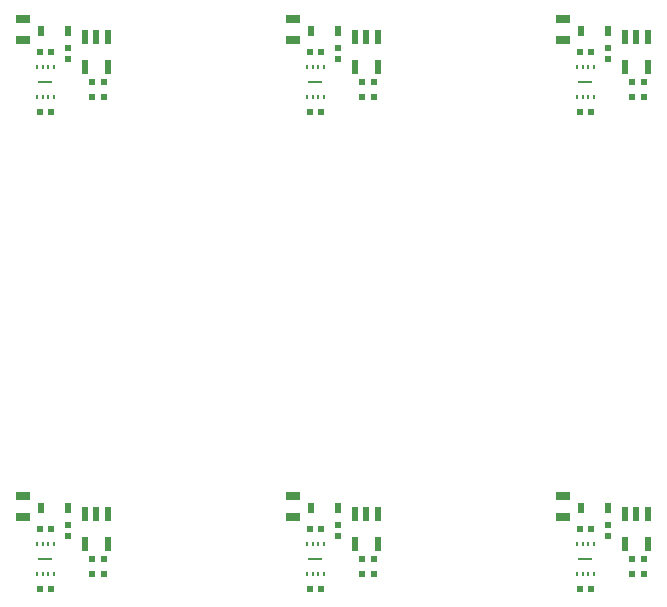
<source format=gbp>
G04 EAGLE Gerber RS-274X export*
G75*
%MOMM*%
%FSLAX34Y34*%
%LPD*%
%INSolderpaste Bottom*%
%IPPOS*%
%AMOC8*
5,1,8,0,0,1.08239X$1,22.5*%
G01*
%ADD10R,1.200000X0.800000*%
%ADD11R,0.630000X0.830000*%
%ADD12R,0.550000X1.200000*%
%ADD13R,0.600000X0.600000*%
%ADD14R,0.200000X0.300000*%
%ADD15R,1.200000X0.200000*%


D10*
X44450Y256650D03*
X44450Y238650D03*
D11*
X82620Y246380D03*
X59620Y246380D03*
D12*
X97180Y241601D03*
X106680Y241601D03*
X116180Y241601D03*
X116180Y215599D03*
X97180Y215599D03*
D13*
X82550Y222330D03*
X82550Y232330D03*
X112950Y203200D03*
X102950Y203200D03*
X102950Y190500D03*
X112950Y190500D03*
D14*
X71000Y190700D03*
X66000Y190700D03*
X61000Y190700D03*
X56000Y190700D03*
X56000Y215700D03*
X61000Y215700D03*
X66000Y215700D03*
X71000Y215700D03*
D15*
X63500Y203200D03*
D13*
X68500Y177800D03*
X58500Y177800D03*
X68500Y228600D03*
X58500Y228600D03*
D10*
X273050Y256650D03*
X273050Y238650D03*
D11*
X311220Y246380D03*
X288220Y246380D03*
D12*
X325780Y241601D03*
X335280Y241601D03*
X344780Y241601D03*
X344780Y215599D03*
X325780Y215599D03*
D13*
X311150Y222330D03*
X311150Y232330D03*
X341550Y203200D03*
X331550Y203200D03*
X331550Y190500D03*
X341550Y190500D03*
D14*
X299600Y190700D03*
X294600Y190700D03*
X289600Y190700D03*
X284600Y190700D03*
X284600Y215700D03*
X289600Y215700D03*
X294600Y215700D03*
X299600Y215700D03*
D15*
X292100Y203200D03*
D13*
X297100Y177800D03*
X287100Y177800D03*
X297100Y228600D03*
X287100Y228600D03*
D10*
X501650Y256650D03*
X501650Y238650D03*
D11*
X539820Y246380D03*
X516820Y246380D03*
D12*
X554380Y241601D03*
X563880Y241601D03*
X573380Y241601D03*
X573380Y215599D03*
X554380Y215599D03*
D13*
X539750Y222330D03*
X539750Y232330D03*
X570150Y203200D03*
X560150Y203200D03*
X560150Y190500D03*
X570150Y190500D03*
D14*
X528200Y190700D03*
X523200Y190700D03*
X518200Y190700D03*
X513200Y190700D03*
X513200Y215700D03*
X518200Y215700D03*
X523200Y215700D03*
X528200Y215700D03*
D15*
X520700Y203200D03*
D13*
X525700Y177800D03*
X515700Y177800D03*
X525700Y228600D03*
X515700Y228600D03*
D10*
X44450Y660510D03*
X44450Y642510D03*
D11*
X82620Y650240D03*
X59620Y650240D03*
D12*
X97180Y645461D03*
X106680Y645461D03*
X116180Y645461D03*
X116180Y619459D03*
X97180Y619459D03*
D13*
X82550Y626190D03*
X82550Y636190D03*
X112950Y607060D03*
X102950Y607060D03*
X102950Y594360D03*
X112950Y594360D03*
D14*
X71000Y594560D03*
X66000Y594560D03*
X61000Y594560D03*
X56000Y594560D03*
X56000Y619560D03*
X61000Y619560D03*
X66000Y619560D03*
X71000Y619560D03*
D15*
X63500Y607060D03*
D13*
X68500Y581660D03*
X58500Y581660D03*
X68500Y632460D03*
X58500Y632460D03*
D10*
X273050Y660510D03*
X273050Y642510D03*
D11*
X311220Y650240D03*
X288220Y650240D03*
D12*
X325780Y645461D03*
X335280Y645461D03*
X344780Y645461D03*
X344780Y619459D03*
X325780Y619459D03*
D13*
X311150Y626190D03*
X311150Y636190D03*
X341550Y607060D03*
X331550Y607060D03*
X331550Y594360D03*
X341550Y594360D03*
D14*
X299600Y594560D03*
X294600Y594560D03*
X289600Y594560D03*
X284600Y594560D03*
X284600Y619560D03*
X289600Y619560D03*
X294600Y619560D03*
X299600Y619560D03*
D15*
X292100Y607060D03*
D13*
X297100Y581660D03*
X287100Y581660D03*
X297100Y632460D03*
X287100Y632460D03*
D10*
X501650Y660510D03*
X501650Y642510D03*
D11*
X539820Y650240D03*
X516820Y650240D03*
D12*
X554380Y645461D03*
X563880Y645461D03*
X573380Y645461D03*
X573380Y619459D03*
X554380Y619459D03*
D13*
X539750Y626190D03*
X539750Y636190D03*
X570150Y607060D03*
X560150Y607060D03*
X560150Y594360D03*
X570150Y594360D03*
D14*
X528200Y594560D03*
X523200Y594560D03*
X518200Y594560D03*
X513200Y594560D03*
X513200Y619560D03*
X518200Y619560D03*
X523200Y619560D03*
X528200Y619560D03*
D15*
X520700Y607060D03*
D13*
X525700Y581660D03*
X515700Y581660D03*
X525700Y632460D03*
X515700Y632460D03*
M02*

</source>
